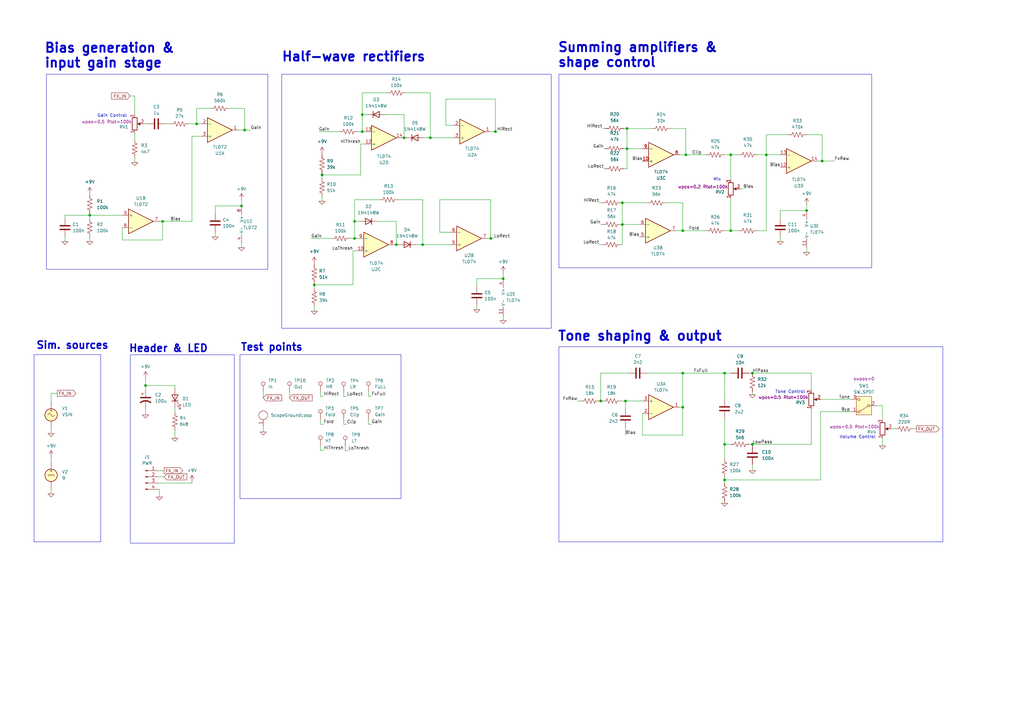
<source format=kicad_sch>
(kicad_sch (version 20250114) (generator "eeschema") (generator_version "9.0")
  (paper "A3")
  (rectangle (start 229.235 142.24) (end 386.715 222.25))
  (rectangle (start 229.235 30.48) (end 357.505 109.855))
  (rectangle (start 98.425 145.415) (end 164.465 204.47))
  (rectangle (start 19.05 30.48) (end 109.855 110.49))
  (rectangle (start 13.97 145.415) (end 41.275 222.25))
  (rectangle (start 115.57 30.48) (end 226.06 134.62))
  (rectangle (start 53.467 145.542) (end 96.139 222.758))
  (text "Test points" (at 98.552 142.494 0) (effects (font (size 3 3) (thickness 0.6) (bold yes)) (justify left)))
  (text "Gain Control" (at 39.878 47.498 0) (effects (font (size 1.27 1.27)) (justify left)))
  (text "Sim. sources" (at 29.718 141.732 0) (effects (font (size 3 3) (thickness 0.6) (bold yes))))
  (text "Header & LED" (at 69.088 143.002 0) (effects (font (size 3 3) (thickness 0.6) (bold yes))))
  (text "Tone Control" (at 324.104 160.782 0) (effects (font (size 1.27 1.27))))
  (text "Summing amplifiers & \nshape control\n" (at 228.6 22.606 0) (effects (font (size 3.81 3.81) (thickness 0.762) (bold yes)) (justify left)))
  (text "Mix" (at 294.132 73.66 0) (effects (font (size 1.27 1.27))))
  (text "Bias generation & \ninput gain stage" (at 18.034 22.86 0) (effects (font (size 3.81 3.81) (thickness 0.762) (bold yes)) (justify left)))
  (text "Volume Control" (at 351.79 179.324 0) (effects (font (size 1.27 1.27))))
  (text "Half-wave rectifiers" (at 115.316 23.368 0) (effects (font (size 3.81 3.81) (thickness 0.762) (bold yes)) (justify left)))
  (text "Tone shaping & output" (at 228.6 137.922 0) (effects (font (size 3.81 3.81) (thickness 0.762) (bold yes)) (justify left)))
  (junction (at 330.835 86.36))
  (junction (at 255.27 83.185))
  (junction (at 99.06 84.455))
  (junction (at 299.72 63.5))
  (junction (at 308.61 182.245))
  (junction (at 148.59 46.99))
  (junction (at 299.72 94.615))
  (junction (at 59.69 158.115))
  (junction (at 132.08 71.755))
  (junction (at 80.645 50.8))
  (junction (at 206.375 114.3))
  (junction (at 257.175 52.705))
  (junction (at 280.035 153.035))
  (junction (at 337.185 66.04))
  (junction (at 162.56 100.33))
  (junction (at 201.295 97.79))
  (junction (at 308.61 153.035))
  (junction (at 246.38 164.465))
  (junction (at 281.305 63.5))
  (junction (at 128.905 116.84))
  (junction (at 297.18 153.035))
  (junction (at 148.59 53.975))
  (junction (at 173.355 100.33))
  (junction (at 145.415 90.805))
  (junction (at 100.33 53.34))
  (junction (at 256.54 164.465))
  (junction (at 176.53 56.515))
  (junction (at 297.18 196.85))
  (junction (at 314.325 63.5))
  (junction (at 66.675 90.805))
  (junction (at 203.2 53.975))
  (junction (at 165.735 56.515))
  (junction (at 280.035 167.005))
  (junction (at 145.415 97.79))
  (junction (at 255.27 92.075))
  (junction (at 257.175 60.96))
  (junction (at 297.18 182.245))
  (junction (at 280.035 94.615))
  (junction (at 36.83 88.265))
  (wire (pts (xy 314.325 55.245) (xy 314.325 63.5)))
  (wire (pts (xy 80.645 50.8) (xy 82.55 50.8)))
  (wire (pts (xy 323.215 55.245) (xy 314.325 55.245)))
  (wire (pts (xy 182.88 40.64) (xy 203.2 40.64)))
  (wire (pts (xy 100.33 44.45) (xy 93.98 44.45)))
  (wire (pts (xy 263.525 178.435) (xy 280.035 178.435)))
  (wire (pts (xy 365.76 175.895) (xy 367.03 175.895)))
  (wire (pts (xy 130.81 53.975) (xy 139.065 53.975)))
  (wire (pts (xy 349.25 168.91) (xy 336.55 168.91)))
  (wire (pts (xy 180.34 95.25) (xy 180.34 81.915)))
  (wire (pts (xy 310.515 94.615) (xy 314.325 94.615)))
  (wire (pts (xy 256.54 175.26) (xy 256.54 178.435)))
  (wire (pts (xy 332.74 182.245) (xy 308.61 182.245)))
  (wire (pts (xy 154.94 90.805) (xy 162.56 90.805)))
  (wire (pts (xy 173.355 100.33) (xy 184.785 100.33)))
  (wire (pts (xy 280.035 167.005) (xy 278.765 167.005)))
  (wire (pts (xy 20.955 175.26) (xy 20.955 177.8)))
  (wire (pts (xy 247.65 60.96) (xy 248.285 60.96)))
  (wire (pts (xy 330.835 83.82) (xy 330.835 86.36)))
  (wire (pts (xy 55.245 54.61) (xy 55.245 57.15)))
  (wire (pts (xy 145.415 81.915) (xy 155.575 81.915)))
  (wire (pts (xy 140.97 174.046) (xy 142.24 174.046)))
  (wire (pts (xy 337.185 55.245) (xy 337.185 66.04)))
  (wire (pts (xy 246.38 164.465) (xy 247.015 164.465)))
  (wire (pts (xy 132.08 71.755) (xy 132.08 73.025)))
  (wire (pts (xy 128.905 116.84) (xy 144.78 116.84)))
  (wire (pts (xy 254.635 92.075) (xy 255.27 92.075)))
  (wire (pts (xy 337.185 66.04) (xy 342.265 66.04)))
  (wire (pts (xy 257.175 52.705) (xy 257.175 60.96)))
  (wire (pts (xy 308.61 160.655) (xy 308.61 161.925)))
  (wire (pts (xy 26.67 88.265) (xy 36.83 88.265)))
  (wire (pts (xy 88.265 95.25) (xy 88.265 97.155)))
  (wire (pts (xy 255.27 83.185) (xy 255.27 92.075)))
  (wire (pts (xy 281.305 63.5) (xy 289.56 63.5)))
  (wire (pts (xy 257.175 52.705) (xy 267.335 52.705)))
  (wire (pts (xy 148.59 53.975) (xy 148.59 46.99)))
  (wire (pts (xy 64.77 200.66) (xy 65.405 200.66)))
  (wire (pts (xy 165.735 56.515) (xy 166.37 56.515)))
  (wire (pts (xy 245.745 83.185) (xy 247.015 83.185)))
  (wire (pts (xy 100.33 53.34) (xy 102.87 53.34)))
  (wire (pts (xy 71.755 167.005) (xy 71.755 168.91)))
  (wire (pts (xy 257.81 153.035) (xy 246.38 153.035)))
  (wire (pts (xy 256.54 164.465) (xy 256.54 167.64)))
  (wire (pts (xy 299.72 94.615) (xy 302.895 94.615)))
  (wire (pts (xy 195.58 114.3) (xy 206.375 114.3)))
  (wire (pts (xy 131.445 173.99) (xy 132.715 173.99)))
  (wire (pts (xy 55.245 64.77) (xy 55.245 66.675)))
  (wire (pts (xy 195.58 117.475) (xy 195.58 114.3)))
  (wire (pts (xy 180.34 81.915) (xy 201.295 81.915)))
  (wire (pts (xy 128.905 116.205) (xy 128.905 116.84)))
  (wire (pts (xy 332.74 160.02) (xy 332.74 153.035)))
  (wire (pts (xy 246.38 92.075) (xy 247.015 92.075)))
  (wire (pts (xy 66.675 98.425) (xy 66.675 90.805)))
  (wire (pts (xy 99.06 81.915) (xy 99.06 84.455)))
  (wire (pts (xy 182.88 51.435) (xy 182.88 40.64)))
  (wire (pts (xy 132.08 62.865) (xy 132.08 63.5)))
  (wire (pts (xy 148.59 46.99) (xy 150.495 46.99)))
  (wire (pts (xy 20.955 187.325) (xy 20.955 189.865)))
  (wire (pts (xy 273.05 83.185) (xy 280.035 83.185)))
  (wire (pts (xy 50.165 98.425) (xy 66.675 98.425)))
  (wire (pts (xy 281.305 63.5) (xy 278.765 63.5)))
  (wire (pts (xy 200.025 97.79) (xy 201.295 97.79)))
  (wire (pts (xy 86.36 44.45) (xy 80.645 44.45)))
  (wire (pts (xy 146.685 53.975) (xy 148.59 53.975)))
  (wire (pts (xy 88.265 84.455) (xy 99.06 84.455)))
  (wire (pts (xy 99.06 99.695) (xy 99.06 101.6)))
  (wire (pts (xy 141.605 182.88) (xy 141.605 184.785)))
  (wire (pts (xy 245.745 164.465) (xy 246.38 164.465)))
  (wire (pts (xy 144.78 102.87) (xy 146.685 102.87)))
  (wire (pts (xy 71.755 159.385) (xy 71.755 158.115)))
  (wire (pts (xy 195.58 125.095) (xy 195.58 127)))
  (wire (pts (xy 26.67 89.535) (xy 26.67 88.265)))
  (wire (pts (xy 247.65 69.215) (xy 248.285 69.215)))
  (wire (pts (xy 297.18 182.245) (xy 297.18 171.45)))
  (wire (pts (xy 128.905 116.84) (xy 128.905 118.11)))
  (wire (pts (xy 254.635 164.465) (xy 256.54 164.465)))
  (wire (pts (xy 255.905 60.96) (xy 257.175 60.96)))
  (wire (pts (xy 151.13 173.99) (xy 152.4 173.99)))
  (wire (pts (xy 127.635 97.79) (xy 135.89 97.79)))
  (wire (pts (xy 26.67 97.155) (xy 26.67 99.06)))
  (wire (pts (xy 140.97 172.141) (xy 140.97 174.046)))
  (wire (pts (xy 78.74 198.12) (xy 78.74 197.485)))
  (wire (pts (xy 299.72 182.245) (xy 297.18 182.245)))
  (wire (pts (xy 131.445 160.655) (xy 131.445 162.56)))
  (wire (pts (xy 36.83 88.265) (xy 50.165 88.265)))
  (wire (pts (xy 280.035 153.035) (xy 280.035 167.005)))
  (wire (pts (xy 36.83 88.265) (xy 36.83 89.535)))
  (wire (pts (xy 310.515 63.5) (xy 314.325 63.5)))
  (wire (pts (xy 374.65 175.895) (xy 375.92 175.895)))
  (wire (pts (xy 299.72 63.5) (xy 302.895 63.5)))
  (wire (pts (xy 206.375 129.54) (xy 206.375 131.445)))
  (wire (pts (xy 77.47 50.8) (xy 80.645 50.8)))
  (wire (pts (xy 151.13 172.085) (xy 151.13 173.99)))
  (wire (pts (xy 256.54 164.465) (xy 263.525 164.465)))
  (wire (pts (xy 236.855 164.465) (xy 238.125 164.465)))
  (wire (pts (xy 145.415 90.805) (xy 147.32 90.805)))
  (wire (pts (xy 173.355 81.915) (xy 173.355 100.33)))
  (wire (pts (xy 88.265 87.63) (xy 88.265 84.455)))
  (wire (pts (xy 151.13 162.56) (xy 152.4 162.56)))
  (wire (pts (xy 336.55 168.91) (xy 336.55 196.85)))
  (wire (pts (xy 67.945 50.8) (xy 69.85 50.8)))
  (wire (pts (xy 254.635 100.33) (xy 255.27 100.33)))
  (wire (pts (xy 131.445 184.729) (xy 132.715 184.729)))
  (wire (pts (xy 131.445 172.085) (xy 131.445 173.99)))
  (wire (pts (xy 336.55 163.83) (xy 349.25 163.83)))
  (wire (pts (xy 36.83 97.155) (xy 36.83 99.06)))
  (wire (pts (xy 280.035 94.615) (xy 277.495 94.615)))
  (wire (pts (xy 297.18 196.85) (xy 297.18 198.12)))
  (wire (pts (xy 254.635 83.185) (xy 255.27 83.185)))
  (wire (pts (xy 255.27 92.075) (xy 262.255 92.075)))
  (wire (pts (xy 20.955 161.29) (xy 20.955 165.1)))
  (wire (pts (xy 186.055 51.435) (xy 182.88 51.435)))
  (wire (pts (xy 361.95 166.37) (xy 359.41 166.37)))
  (wire (pts (xy 361.95 172.085) (xy 361.95 166.37)))
  (wire (pts (xy 297.18 163.83) (xy 297.18 153.035)))
  (wire (pts (xy 330.835 55.245) (xy 337.185 55.245)))
  (wire (pts (xy 151.13 160.655) (xy 151.13 162.56)))
  (wire (pts (xy 255.27 100.33) (xy 255.27 92.075)))
  (wire (pts (xy 148.59 46.99) (xy 148.59 38.1)))
  (wire (pts (xy 257.175 60.96) (xy 263.525 60.96)))
  (wire (pts (xy 173.355 100.33) (xy 170.815 100.33)))
  (wire (pts (xy 299.72 63.5) (xy 299.72 73.66)))
  (wire (pts (xy 332.74 167.64) (xy 332.74 182.245)))
  (wire (pts (xy 320.04 89.535) (xy 320.04 86.36)))
  (wire (pts (xy 36.83 87.63) (xy 36.83 88.265)))
  (wire (pts (xy 206.375 111.76) (xy 206.375 114.3)))
  (wire (pts (xy 55.245 39.37) (xy 55.245 46.99)))
  (wire (pts (xy 50.165 93.345) (xy 50.165 98.425)))
  (wire (pts (xy 107.95 160.655) (xy 107.95 163.195)))
  (wire (pts (xy 297.18 94.615) (xy 299.72 94.615)))
  (wire (pts (xy 143.51 97.79) (xy 145.415 97.79)))
  (wire (pts (xy 314.325 94.615) (xy 314.325 63.5)))
  (wire (pts (xy 314.325 63.5) (xy 320.04 63.5)))
  (wire (pts (xy 78.74 55.88) (xy 82.55 55.88)))
  (wire (pts (xy 245.745 100.33) (xy 247.015 100.33)))
  (wire (pts (xy 145.415 90.805) (xy 145.415 81.915)))
  (wire (pts (xy 165.735 46.99) (xy 165.735 56.515)))
  (wire (pts (xy 166.37 38.1) (xy 176.53 38.1)))
  (wire (pts (xy 255.905 52.705) (xy 257.175 52.705)))
  (wire (pts (xy 257.175 69.215) (xy 257.175 60.96)))
  (wire (pts (xy 144.78 116.84) (xy 144.78 102.87)))
  (wire (pts (xy 71.755 158.115) (xy 59.69 158.115)))
  (wire (pts (xy 148.59 38.1) (xy 158.75 38.1)))
  (wire (pts (xy 308.61 182.245) (xy 307.34 182.245)))
  (wire (pts (xy 201.295 53.975) (xy 203.2 53.975)))
  (wire (pts (xy 308.61 182.245) (xy 308.61 182.88)))
  (wire (pts (xy 59.69 160.02) (xy 59.69 158.115)))
  (wire (pts (xy 161.925 100.33) (xy 162.56 100.33)))
  (wire (pts (xy 131.445 182.824) (xy 131.445 184.729)))
  (wire (pts (xy 297.18 195.58) (xy 297.18 196.85)))
  (wire (pts (xy 176.53 38.1) (xy 176.53 56.515)))
  (wire (pts (xy 158.115 46.99) (xy 165.735 46.99)))
  (wire (pts (xy 131.445 162.56) (xy 132.715 162.56)))
  (wire (pts (xy 20.955 161.29) (xy 23.495 161.29)))
  (wire (pts (xy 146.685 97.79) (xy 145.415 97.79)))
  (wire (pts (xy 246.38 153.035) (xy 246.38 164.465)))
  (wire (pts (xy 147.955 59.055) (xy 149.86 59.055)))
  (wire (pts (xy 140.97 162.616) (xy 142.24 162.616)))
  (wire (pts (xy 128.905 125.73) (xy 128.905 127.635)))
  (wire (pts (xy 303.53 77.47) (xy 304.8 77.47)))
  (wire (pts (xy 297.18 153.035) (xy 299.72 153.035)))
  (wire (pts (xy 265.43 153.035) (xy 280.035 153.035)))
  (wire (pts (xy 165.1 56.515) (xy 165.735 56.515)))
  (wire (pts (xy 64.77 198.12) (xy 78.74 198.12)))
  (wire (pts (xy 299.72 81.28) (xy 299.72 94.615)))
  (wire (pts (xy 176.53 56.515) (xy 186.055 56.515)))
  (wire (pts (xy 20.955 200.025) (xy 20.955 202.565)))
  (wire (pts (xy 330.835 101.6) (xy 330.835 103.505)))
  (wire (pts (xy 132.08 71.12) (xy 132.08 71.755)))
  (wire (pts (xy 145.415 97.79) (xy 145.415 90.805)))
  (wire (pts (xy 281.305 52.705) (xy 281.305 63.5)))
  (wire (pts (xy 162.56 90.805) (xy 162.56 100.33)))
  (wire (pts (xy 59.69 167.64) (xy 59.69 170.18)))
  (wire (pts (xy 280.035 94.615) (xy 289.56 94.615)))
  (wire (pts (xy 247.015 52.705) (xy 248.285 52.705)))
  (wire (pts (xy 176.53 56.515) (xy 173.99 56.515)))
  (wire (pts (xy 308.61 190.5) (xy 308.61 193.04)))
  (wire (pts (xy 59.055 50.8) (xy 60.325 50.8)))
  (wire (pts (xy 280.035 153.035) (xy 297.18 153.035)))
  (wire (pts (xy 255.27 83.185) (xy 265.43 83.185)))
  (wire (pts (xy 128.905 107.95) (xy 128.905 108.585)))
  (wire (pts (xy 274.955 52.705) (xy 281.305 52.705)))
  (wire (pts (xy 66.675 90.805) (xy 78.74 90.805)))
  (wire (pts (xy 203.2 53.975) (xy 203.835 53.975)))
  (wire (pts (xy 337.185 66.04) (xy 335.28 66.04)))
  (wire (pts (xy 97.79 53.34) (xy 100.33 53.34)))
  (wire (pts (xy 140.97 160.711) (xy 140.97 162.616)))
  (wire (pts (xy 65.405 200.66) (xy 65.405 203.835)))
  (wire (pts (xy 64.77 193.04) (xy 67.31 193.04)))
  (wire (pts (xy 280.035 178.435) (xy 280.035 167.005)))
  (wire (pts (xy 297.18 205.74) (xy 297.18 206.375)))
  (wire (pts (xy 308.61 153.035) (xy 307.34 153.035)))
  (wire (pts (xy 141.605 184.785) (xy 142.875 184.785)))
  (wire (pts (xy 336.55 196.85) (xy 297.18 196.85)))
  (wire (pts (xy 255.905 69.215) (xy 257.175 69.215)))
  (wire (pts (xy 132.08 80.645) (xy 132.08 82.55)))
  (wire (pts (xy 36.83 79.375) (xy 36.83 80.01)))
  (wire (pts (xy 280.035 83.185) (xy 280.035 94.615)))
  (wire (pts (xy 201.295 81.915) (xy 201.295 97.79)))
  (wire (pts (xy 320.04 86.36) (xy 330.835 86.36)))
  (wire (pts (xy 201.295 97.79) (xy 202.565 97.79)))
  (wire (pts (xy 100.33 53.34) (xy 100.33 44.45)))
  (wire (pts (xy 163.195 81.915) (xy 173.355 81.915)))
  (wire (pts (xy 53.34 39.37) (xy 55.245 39.37)))
  (wire (pts (xy 132.08 71.755) (xy 147.955 71.755)))
  (wire (pts (xy 107.95 174.625) (xy 107.95 177.165)))
  (wire (pts (xy 361.95 179.705) (xy 361.95 182.88)))
  (wire (pts (xy 203.2 40.64) (xy 203.2 53.975)))
  (wire (pts (xy 147.955 71.755) (xy 147.955 59.055)))
  (wire (pts (xy 149.86 53.975) (xy 148.59 53.975)))
  (wire (pts (xy 66.675 90.805) (xy 65.405 90.805)))
  (wire (pts (xy 297.18 63.5) (xy 299.72 63.5)))
  (wire (pts (xy 332.74 153.035) (xy 308.61 153.035)))
  (wire (pts (xy 162.56 100.33) (xy 163.195 100.33)))
  (wire (pts (xy 64.77 195.58) (xy 67.31 195.58)))
  (wire (pts (xy 320.04 97.155) (xy 320.04 99.06)))
  (wire (pts (xy 118.745 160.655) (xy 118.745 163.195)))
  (wire (pts (xy 71.755 176.53) (xy 71.755 179.705)))
  (wire (pts (xy 263.525 169.545) (xy 263.525 178.435)))
  (wire (pts (xy 184.785 95.25) (xy 180.34 95.25)))
  (wire (pts (xy 59.69 154.94) (xy 59.69 158.115)))
  (wire (pts (xy 78.74 55.88) (xy 78.74 90.805)))
  (wire (pts (xy 297.18 182.245) (xy 297.18 187.96)))
  (wire (pts (xy 80.645 44.45) (xy 80.645 50.8)))
  (label "FxRaw" (at 342.265 66.04 0))
  (label "FxFull" (at 152.4 162.56 0))
  (label "Bias" (at 320.04 68.58 180))
  (label "LoRect" (at 245.745 100.33 180))
  (label "Gain" (at 127.635 97.79 0))
  (label "HiRect" (at 245.745 83.185 180))
  (label "HiRect" (at 132.715 162.56 0))
  (label "Tone" (at 348.615 163.83 180))
  (label "HiPass" (at 308.61 153.035 0))
  (label "Bias" (at 262.255 97.155 180))
  (label "FxFull" (at 284.48 153.035 0))
  (label "Gain" (at 246.38 92.075 180))
  (label "Gain" (at 247.65 60.96 180))
  (label "Bias" (at 263.525 66.04 180))
  (label "LowPass" (at 308.61 182.245 0))
  (label "Clip" (at 142.24 174.046 0))
  (label "HiRect" (at 203.835 53.975 0))
  (label "Gain" (at 102.87 53.34 0))
  (label "LoRect" (at 247.65 69.215 180))
  (label "LoThresh" (at 144.78 102.87 180))
  (label "LoThresh" (at 142.875 184.785 0))
  (label "Bias" (at 304.8 77.47 0))
  (label "Clip" (at 283.845 63.5 0))
  (label "HiThresh" (at 147.955 59.055 180))
  (label "Fold" (at 132.715 173.99 0))
  (label "Byp" (at 348.615 168.91 180))
  (label "FxRaw" (at 236.855 164.465 180))
  (label "HiRect" (at 247.015 52.705 180))
  (label "Bias" (at 69.85 90.805 0))
  (label "Fold" (at 282.575 94.615 0))
  (label "LoRect" (at 202.565 97.79 0))
  (label "Bias" (at 256.54 178.435 0))
  (label "Gain" (at 130.81 53.975 0))
  (label "LoRect" (at 142.24 162.616 0))
  (label "Gain" (at 152.4 173.99 0))
  (label "HiThresh" (at 132.715 184.729 0))
  (global_label "FX_IN" (shape input) (at 107.95 163.195 0) (property "Intersheetrefs" "${INTERSHEET_REFS}" (effects (hide yes))))
  (global_label "FX_OUT" (shape input) (at 67.31 195.58 0) (property "Intersheetrefs" "${INTERSHEET_REFS}" (effects (hide yes))))
  (global_label "FX_IN" (shape input) (at 53.34 39.37 180) (property "Intersheetrefs" "${INTERSHEET_REFS}" (effects (hide yes))))
  (global_label "FX_OUT" (shape output) (at 375.92 175.895 0) (property "Intersheetrefs" "${INTERSHEET_REFS}" (effects (hide yes))))
  (global_label "FX_OUT" (shape input) (at 118.745 163.195 0) (property "Intersheetrefs" "${INTERSHEET_REFS}" (effects (hide yes))))
  (global_label "FX_IN" (shape output) (at 23.495 161.29 0) (property "Intersheetrefs" "${INTERSHEET_REFS}" (effects (hide yes))))
  (global_label "FX_IN" (shape output) (at 67.31 193.04 0) (property "Intersheetrefs" "${INTERSHEET_REFS}" (effects (hide yes))))
  (symbol (lib_id "Simulation_SPICE:0") (at 99.06 101.6 0) (unit 1)
    (property "Reference" "#GND07" (effects (hide yes)))
    (property "Value" "0" (effects (hide yes)))
    (property "Datasheet" "https://ngspice.sourceforge.io/docs/ngspice-html-manual/manual.xhtml#subsec_Circuit_elements__device" (effects (hide yes)))
    (property "Description" "0V reference potential for simulation" (effects (hide yes)))
  )
  (symbol (lib_id "Device:R_US") (at 128.905 121.92 0) (unit 1)
    (property "Reference" "R8" (at 130.81 120.6499 0) (effects (justify left)))
    (property "Value" "39k" (at 130.81 123.1899 0) (effects (justify left)))
    (property "Footprint" "Resistor_SMD:R_0805_2012Metric" (effects (hide yes)))
    (property "Description" "Resistor, US symbol" (effects (hide yes)))
  )
  (symbol (lib_id "Device:R_US") (at 71.755 172.72 0) (unit 1) (exclude_from_sim yes)
    (property "Reference" "R4" (at 73.66 171.4499 0) (effects (justify left)))
    (property "Value" "6k8" (at 73.66 173.9899 0) (effects (justify left)))
    (property "Footprint" "Resistor_SMD:R_0805_2012Metric" (effects (hide yes)))
    (property "Description" "Resistor, US symbol" (effects (hide yes)))
  )
  (symbol (lib_id "Connector:TestPoint") (at 131.445 172.085 0) (unit 1) (exclude_from_sim yes) (in_bom no)
    (property "Reference" "TP3" (at 133.35 167.5129 0) (effects (justify left)))
    (property "Value" "Fold" (at 133.35 170.0529 0) (effects (justify left)))
    (property "Footprint" "TestPoint:TestPoint_THTPad_D2.0mm_Drill1.0mm_VAL" (effects (hide yes)))
    (property "Description" "test point" (effects (hide yes)))
  )
  (symbol (lib_id "Device:R_US") (at 297.18 201.93 0) (unit 1)
    (property "Reference" "R28" (at 299.212 200.6599 0) (effects (justify left)))
    (property "Value" "100k" (at 299.212 203.1999 0) (effects (justify left)))
    (property "Footprint" "Resistor_SMD:R_0805_2012Metric" (effects (hide yes)))
    (property "Description" "Resistor, US symbol" (effects (hide yes)))
  )
  (symbol (lib_id "Device:R_US") (at 293.37 94.615 90) (unit 1)
    (property "Reference" "R26" (at 293.37 89.027 90))
    (property "Value" "47k" (at 293.37 91.567 90))
    (property "Footprint" "Resistor_SMD:R_0805_2012Metric" (effects (hide yes)))
    (property "Description" "Resistor, US symbol" (effects (hide yes)))
  )
  (symbol (lib_id "Device:R_US") (at 252.095 69.215 90) (unit 1)
    (property "Reference" "R22" (at 252.095 62.865 90))
    (property "Value" "56k" (at 252.095 65.405 90))
    (property "Footprint" "Resistor_SMD:R_0805_2012Metric" (effects (hide yes)))
    (property "Description" "Resistor, US symbol" (effects (hide yes)))
  )
  (symbol (lib_id "Simulation_SPICE:VDC") (at 20.955 194.945 0) (unit 1) (in_bom no) (on_board no)
    (property "Reference" "V2" (at 25.4 193.5451 0) (effects (justify left)))
    (property "Value" "9" (at 25.4 196.0851 0) (effects (justify left)))
    (property "Datasheet" "https://ngspice.sourceforge.io/docs/ngspice-html-manual/manual.xhtml#sec_Independent_Sources_for" (effects (hide yes)))
    (property "Description" "Voltage source, DC" (effects (hide yes)))
    (property "Sim.Pins" "1=+ 2=-" (effects (hide yes)))
    (property "Sim.Type" "DC" (effects (hide yes)))
    (property "Sim.Device" "V" (effects (hide yes)))
  )
  (symbol (lib_id "Simulation_SPICE:0") (at 308.61 193.04 0) (unit 1)
    (property "Reference" "#GND014" (effects (hide yes)))
    (property "Value" "0" (effects (hide yes)))
    (property "Datasheet" "https://ngspice.sourceforge.io/docs/ngspice-html-manual/manual.xhtml#subsec_Circuit_elements__device" (effects (hide yes)))
    (property "Description" "0V reference potential for simulation" (effects (hide yes)))
  )
  (symbol (lib_id "power:+9V") (at 330.835 83.82 0) (unit 1)
    (property "Reference" "#PWR013" (effects (hide yes)))
    (property "Value" "+9V" (at 330.835 79.375 0))
    (property "Description" "Power symbol creates a global label with name \"+9V\"" (effects (hide yes)))
  )
  (symbol (lib_id "Device:R_US") (at 308.61 156.845 0) (unit 1)
    (property "Reference" "R32" (at 310.642 155.5749 0) (effects (justify left)))
    (property "Value" "12k" (at 310.642 158.1149 0) (effects (justify left)))
    (property "Footprint" "Resistor_SMD:R_0805_2012Metric" (effects (hide yes)))
    (property "Description" "Resistor, US symbol" (effects (hide yes)))
  )
  (symbol (lib_id "Amplifier_Operational:TL074") (at 333.375 93.98 0) (unit 5)
    (property "Reference" "U3" (at 332.105 92.7099 0) (effects (justify left)))
    (property "Value" "TL074" (at 332.105 95.2499 0) (effects (justify left)))
    (property "Footprint" "Package_SO:SOIC-14_3.9x8.7mm_P1.27mm" (effects (hide yes)))
    (property "Datasheet" "http://www.ti.com/lit/ds/symlink/tl071.pdf" (effects (hide yes)))
    (property "Description" "Quad Low-Noise JFET-Input Operational Amplifiers, DIP-14/SOIC-14" (effects (hide yes)))
    (property "Sim.Library" "tl074-quad.cir" (effects (hide yes)))
    (property "Sim.Name" "TL074c" (effects (hide yes)))
    (property "Sim.Device" "SUBCKT" (effects (hide yes)))
    (property "Sim.Pins" "1=1 2=2 3=3 4=4 5=5 6=6 7=7 8=8 9=9 10=10 11=11 12=12 13=13 14=14" (effects (hide yes)))
  )
  (symbol (lib_id "Simulation_SPICE:0") (at 71.755 179.705 0) (unit 1)
    (property "Reference" "#GND019" (effects (hide yes)))
    (property "Value" "0" (effects (hide yes)))
    (property "Datasheet" "https://ngspice.sourceforge.io/docs/ngspice-html-manual/manual.xhtml#subsec_Circuit_elements__device" (effects (hide yes)))
    (property "Description" "0V reference potential for simulation" (effects (hide yes)))
  )
  (symbol (lib_id "Device:R_US") (at 252.095 52.705 90) (unit 1)
    (property "Reference" "R20" (at 252.095 46.863 90))
    (property "Value" "56k" (at 252.095 49.403 90))
    (property "Footprint" "Resistor_SMD:R_0805_2012Metric" (effects (hide yes)))
    (property "Description" "Resistor, US symbol" (effects (hide yes)))
  )
  (symbol (lib_id "Device:C") (at 320.04 93.345 0) (unit 1)
    (property "Reference" "C11" (at 323.088 92.0749 0) (effects (justify left)))
    (property "Value" "100n" (at 323.088 94.6149 0) (effects (justify left)))
    (property "Footprint" "Capacitor_SMD:C_0805_2012Metric" (effects (hide yes)))
    (property "Description" "Unpolarized capacitor" (effects (hide yes)))
  )
  (symbol (lib_id "power:+9V") (at 132.08 62.865 0) (unit 1)
    (property "Reference" "#PWR011" (effects (hide yes)))
    (property "Value" "+9V" (at 132.08 58.039 0))
    (property "Description" "Power symbol creates a global label with name \"+9V\"" (effects (hide yes)))
  )
  (symbol (lib_id "Amplifier_Operational:TL074") (at 327.66 66.04 0) (mirror x) (unit 4)
    (property "Reference" "U3" (at 327.66 76.2 0))
    (property "Value" "TL074" (at 327.66 73.66 0))
    (property "Footprint" "Package_SO:SOIC-14_3.9x8.7mm_P1.27mm" (effects (hide yes)))
    (property "Datasheet" "http://www.ti.com/lit/ds/symlink/tl071.pdf" (effects (hide yes)))
    (property "Description" "Quad Low-Noise JFET-Input Operational Amplifiers, DIP-14/SOIC-14" (effects (hide yes)))
    (property "Sim.Library" "tl074-quad.cir" (effects (hide yes)))
    (property "Sim.Name" "TL074c" (effects (hide yes)))
    (property "Sim.Device" "SUBCKT" (effects (hide yes)))
    (property "Sim.Pins" "1=1 2=2 3=3 4=4 5=5 6=6 7=7 8=8 9=9 10=10 11=11 12=12 13=13 14=14" (effects (hide yes)))
  )
  (symbol (lib_id "Amplifier_Operational:TL072") (at 90.17 53.34 0) (mirror x) (unit 1)
    (property "Reference" "U1" (at 90.17 62.865 0))
    (property "Value" "TL072" (at 90.17 60.325 0))
    (property "Footprint" "Package_SO:SOIC-8_3.9x4.9mm_P1.27mm" (effects (hide yes)))
    (property "Datasheet" "http://www.ti.com/lit/ds/symlink/tl071.pdf" (effects (hide yes)))
    (property "Description" "Dual Low-Noise JFET-Input Operational Amplifiers, DIP-8/SOIC-8" (effects (hide yes)))
    (property "Sim.Library" "tl072-dual.cir" (effects (hide yes)))
    (property "Sim.Name" "TL072c" (effects (hide yes)))
    (property "Sim.Device" "SUBCKT" (effects (hide yes)))
    (property "Sim.Pins" "1=1 2=2 3=3 4=4 5=5 6=6 7=7 8=8" (effects (hide yes)))
  )
  (symbol (lib_id "Device:C") (at 64.135 50.8 90) (unit 1)
    (property "Reference" "C3" (at 64.135 43.815 90))
    (property "Value" "1u" (at 64.135 46.355 90))
    (property "Footprint" "Capacitor_SMD:C_0805_2012Metric" (effects (hide yes)))
    (property "Description" "Unpolarized capacitor" (effects (hide yes)))
  )
  (symbol (lib_id "Diode:1N4148W") (at 167.005 100.33 0) (mirror y) (unit 1)
    (property "Reference" "D4" (at 167.005 94.234 0))
    (property "Value" "1N4148W" (at 167.005 96.774 0))
    (property "Footprint" "Diode_SMD:D_SOD-123" (effects (hide yes)))
    (property "Datasheet" "https://www.vishay.com/docs/85748/1n4148w.pdf" (effects (hide yes)))
    (property "Description" "75V 0.15A Fast Switching Diode, SOD-123" (effects (hide yes)))
    (property "Sim.Device" "SUBCKT" (effects (hide yes)))
    (property "Sim.Pins" "1=2 2=1" (effects (hide yes)))
    (property "Sim.Library" "1N4148.lib" (effects (hide yes)))
    (property "Sim.Name" "1N4148" (effects (hide yes)))
  )
  (symbol (lib_id "Connector:Conn_01x04_Pin") (at 59.69 195.58 0) (unit 1) (exclude_from_sim yes)
    (property "Reference" "J1" (at 60.325 187.452 0))
    (property "Value" "PWR" (at 60.325 189.992 0))
    (property "Footprint" "Connector_PinHeader_2.54mm:PinHeader_1x04_P2.54mm_Vertical" (effects (hide yes)))
    (property "Description" "Generic connector, single row, 01x04, script generated" (effects (hide yes)))
  )
  (symbol (lib_id "Simulation_SPICE:0") (at 132.08 82.55 0) (unit 1)
    (property "Reference" "#GND09" (effects (hide yes)))
    (property "Value" "0" (effects (hide yes)))
    (property "Datasheet" "https://ngspice.sourceforge.io/docs/ngspice-html-manual/manual.xhtml#subsec_Circuit_elements__device" (effects (hide yes)))
    (property "Description" "0V reference potential for simulation" (effects (hide yes)))
  )
  (symbol (lib_id "Device:R_US") (at 306.705 63.5 90) (unit 1)
    (property "Reference" "R30" (at 306.705 57.15 90))
    (property "Value" "47k" (at 306.705 59.69 90))
    (property "Footprint" "Resistor_SMD:R_0805_2012Metric" (effects (hide yes)))
    (property "Description" "Resistor, US symbol" (effects (hide yes)))
  )
  (symbol (lib_id "Device:R_US") (at 250.825 92.075 90) (unit 1)
    (property "Reference" "R17" (at 250.825 86.233 90))
    (property "Value" "56k" (at 250.825 88.773 90))
    (property "Footprint" "Resistor_SMD:R_0805_2012Metric" (effects (hide yes)))
    (property "Description" "Resistor, US symbol" (effects (hide yes)))
  )
  (symbol (lib_id "Device:R_Potentiometer") (at 361.95 175.895 0) (mirror x) (unit 1)
    (property "Reference" "RV4" (at 359.41 177.1651 0) (effects (justify right)))
    (property "Value" "R_Potentiometer" (effects (hide yes)))
    (property "Footprint" "Potentiometer_THT:Potentiometer_Alpha_RV16AF_42_Single_Long" (effects (hide yes)))
    (property "Description" "Potentiometer" (effects (hide yes)))
    (property "Sim.Library" "pots.mod" (effects (hide yes)))
    (property "Sim.Name" "pot1" (effects (hide yes)))
    (property "Sim.Device" "SUBCKT" (effects (hide yes)))
    (property "Sim.Pins" "1=rup 2=w 3=rlo" (effects (hide yes)))
    (property "Sim.Params" "wpos=0.5 Rtot=100k" (at 350.52 175.006 0))
  )
  (symbol (lib_id "Simulation_SPICE:0") (at 65.405 203.835 0) (unit 1)
    (property "Reference" "#GND018" (effects (hide yes)))
    (property "Value" "0" (effects (hide yes)))
    (property "Datasheet" "https://ngspice.sourceforge.io/docs/ngspice-html-manual/manual.xhtml#subsec_Circuit_elements__device" (effects (hide yes)))
    (property "Description" "0V reference potential for simulation" (effects (hide yes)))
  )
  (symbol (lib_id "Connector:TestPoint") (at 107.95 160.655 0) (unit 1) (exclude_from_sim yes) (in_bom no)
    (property "Reference" "TP1" (at 109.982 156.0829 0) (effects (justify left)))
    (property "Value" "In" (at 109.982 158.6229 0) (effects (justify left)))
    (property "Footprint" "TestPoint:TestPoint_THTPad_D2.0mm_Drill1.0mm_VAL" (effects (hide yes)))
    (property "Description" "test point" (effects (hide yes)))
  )
  (symbol (lib_id "Device:C") (at 261.62 153.035 90) (unit 1)
    (property "Reference" "C7" (at 261.62 146.05 90))
    (property "Value" "2n2" (at 261.62 148.59 90))
    (property "Footprint" "Capacitor_SMD:C_0805_2012Metric" (effects (hide yes)))
    (property "Description" "Unpolarized capacitor" (effects (hide yes)))
  )
  (symbol (lib_id "Device:C") (at 308.61 186.69 0) (unit 1)
    (property "Reference" "C10" (at 312.42 185.4199 0) (effects (justify left)))
    (property "Value" "100n" (at 312.42 187.9599 0) (effects (justify left)))
    (property "Footprint" "Capacitor_SMD:C_0805_2012Metric" (effects (hide yes)))
    (property "Description" "Unpolarized capacitor" (effects (hide yes)))
  )
  (symbol (lib_id "Device:R_US") (at 252.095 60.96 90) (unit 1)
    (property "Reference" "R21" (at 252.095 54.61 90))
    (property "Value" "47k" (at 252.095 57.15 90))
    (property "Footprint" "Resistor_SMD:R_0805_2012Metric" (effects (hide yes)))
    (property "Description" "Resistor, US symbol" (effects (hide yes)))
  )
  (symbol (lib_id "Simulation_SPICE:0") (at 308.61 161.925 0) (unit 1)
    (property "Reference" "#GND013" (effects (hide yes)))
    (property "Value" "0" (effects (hide yes)))
    (property "Datasheet" "https://ngspice.sourceforge.io/docs/ngspice-html-manual/manual.xhtml#subsec_Circuit_elements__device" (effects (hide yes)))
    (property "Description" "0V reference potential for simulation" (effects (hide yes)))
  )
  (symbol (lib_id "power:+9V") (at 78.74 197.485 0) (unit 1)
    (property "Reference" "#PWR07" (effects (hide yes)))
    (property "Value" "+9V" (at 78.74 192.913 0))
    (property "Description" "Power symbol creates a global label with name \"+9V\"" (effects (hide yes)))
  )
  (symbol (lib_id "Simulation_SPICE:0") (at 195.58 127 0) (unit 1)
    (property "Reference" "#GND010" (effects (hide yes)))
    (property "Value" "0" (effects (hide yes)))
    (property "Datasheet" "https://ngspice.sourceforge.io/docs/ngspice-html-manual/manual.xhtml#subsec_Circuit_elements__device" (effects (hide yes)))
    (property "Description" "0V reference potential for simulation" (effects (hide yes)))
  )
  (symbol (lib_id "Diode:1N4148W") (at 170.18 56.515 0) (unit 1)
    (property "Reference" "D5" (at 170.18 50.419 0))
    (property "Value" "1N4148W" (at 170.18 52.959 0))
    (property "Footprint" "Diode_SMD:D_SOD-123" (effects (hide yes)))
    (property "Datasheet" "https://www.vishay.com/docs/85748/1n4148w.pdf" (effects (hide yes)))
    (property "Description" "75V 0.15A Fast Switching Diode, SOD-123" (effects (hide yes)))
    (property "Sim.Device" "SUBCKT" (effects (hide yes)))
    (property "Sim.Pins" "1=2 2=1" (effects (hide yes)))
    (property "Sim.Library" "1N4148.lib" (effects (hide yes)))
    (property "Sim.Name" "1N4148" (effects (hide yes)))
  )
  (symbol (lib_id "Simulation_SPICE:0") (at 128.905 127.635 0) (unit 1)
    (property "Reference" "#GND08" (effects (hide yes)))
    (property "Value" "0" (effects (hide yes)))
    (property "Datasheet" "https://ngspice.sourceforge.io/docs/ngspice-html-manual/manual.xhtml#subsec_Circuit_elements__device" (effects (hide yes)))
    (property "Description" "0V reference potential for simulation" (effects (hide yes)))
  )
  (symbol (lib_id "Device:R_US") (at 241.935 164.465 90) (unit 1)
    (property "Reference" "R15" (at 241.935 158.75 90))
    (property "Value" "18k" (at 241.935 161.29 90))
    (property "Footprint" "Resistor_SMD:R_0805_2012Metric" (effects (hide yes)))
    (property "Description" "Resistor, US symbol" (effects (hide yes)))
  )
  (symbol (lib_id "Device:C") (at 297.18 167.64 0) (unit 1)
    (property "Reference" "C8" (at 301.244 166.3699 0) (effects (justify left)))
    (property "Value" "2u2" (at 301.244 168.9099 0) (effects (justify left)))
    (property "Footprint" "Capacitor_SMD:C_0805_2012Metric" (effects (hide yes)))
    (property "Description" "Unpolarized capacitor" (effects (hide yes)))
  )
  (symbol (lib_id "Connector:TestPoint") (at 141.605 182.88 0) (unit 1) (exclude_from_sim yes) (in_bom no)
    (property "Reference" "TP9" (at 144.145 178.3079 0) (effects (justify left)))
    (property "Value" "LT" (at 144.145 180.8479 0) (effects (justify left)))
    (property "Footprint" "TestPoint:TestPoint_THTPad_D2.0mm_Drill1.0mm_VAL" (effects (hide yes)))
    (property "Description" "test point" (effects (hide yes)))
  )
  (symbol (lib_id "Simulation_SPICE:0") (at 297.18 206.375 0) (unit 1)
    (property "Reference" "#GND012" (effects (hide yes)))
    (property "Value" "0" (effects (hide yes)))
    (property "Datasheet" "https://ngspice.sourceforge.io/docs/ngspice-html-manual/manual.xhtml#subsec_Circuit_elements__device" (effects (hide yes)))
    (property "Description" "0V reference potential for simulation" (effects (hide yes)))
  )
  (symbol (lib_id "Amplifier_Operational:TL074") (at 271.145 167.005 0) (unit 1)
    (property "Reference" "U3" (at 271.145 157.48 0))
    (property "Value" "TL074" (at 271.145 160.02 0))
    (property "Footprint" "Package_SO:SOIC-14_3.9x8.7mm_P1.27mm" (effects (hide yes)))
    (property "Datasheet" "http://www.ti.com/lit/ds/symlink/tl071.pdf" (effects (hide yes)))
    (property "Description" "Quad Low-Noise JFET-Input Operational Amplifiers, DIP-14/SOIC-14" (effects (hide yes)))
    (property "Sim.Library" "tl074-quad.cir" (effects (hide yes)))
    (property "Sim.Name" "TL074c" (effects (hide yes)))
    (property "Sim.Device" "SUBCKT" (effects (hide yes)))
    (property "Sim.Pins" "1=1 2=2 3=3 4=4 5=5 6=6 7=7 8=8 9=9 10=10 11=11 12=12 13=13 14=14" (effects (hide yes)))
  )
  (symbol (lib_id "Connector:ScopeGroundLoop") (at 107.95 167.005 0) (unit 1) (exclude_from_sim yes)
    (property "Reference" "J2" (effects (hide yes)))
    (property "Value" "ScopeGroundLoop" (at 110.998 170.3049 0) (effects (justify left)))
    (property "Footprint" "Connector_Pin:THT_GND_WIRE" (effects (hide yes)))
  )
  (symbol (lib_id "Simulation_SPICE:0") (at 20.955 177.8 0) (unit 1)
    (property "Reference" "#GND01" (effects (hide yes)))
    (property "Value" "0" (effects (hide yes)))
    (property "Datasheet" "https://ngspice.sourceforge.io/docs/ngspice-html-manual/manual.xhtml#subsec_Circuit_elements__device" (effects (hide yes)))
    (property "Description" "0V reference potential for simulation" (effects (hide yes)))
  )
  (symbol (lib_id "Device:R_US") (at 297.18 191.77 0) (unit 1)
    (property "Reference" "R27" (at 299.212 190.4999 0) (effects (justify left)))
    (property "Value" "100k" (at 299.212 193.0399 0) (effects (justify left)))
    (property "Footprint" "Resistor_SMD:R_0805_2012Metric" (effects (hide yes)))
    (property "Description" "Resistor, US symbol" (effects (hide yes)))
  )
  (symbol (lib_id "Amplifier_Operational:TL074") (at 208.915 121.92 0) (unit 5)
    (property "Reference" "U2" (at 207.645 120.6499 0) (effects (justify left)))
    (property "Value" "TL074" (at 207.645 123.1899 0) (effects (justify left)))
    (property "Footprint" "Package_SO:SOIC-14_3.9x8.7mm_P1.27mm" (effects (hide yes)))
    (property "Datasheet" "http://www.ti.com/lit/ds/symlink/tl071.pdf" (effects (hide yes)))
    (property "Description" "Quad Low-Noise JFET-Input Operational Amplifiers, DIP-14/SOIC-14" (effects (hide yes)))
    (property "Sim.Library" "tl074-quad.cir" (effects (hide yes)))
    (property "Sim.Name" "TL074c" (effects (hide yes)))
    (property "Sim.Device" "SUBCKT" (effects (hide yes)))
    (property "Sim.Pins" "1=1 2=2 3=3 4=4 5=5 6=6 7=7 8=8 9=9 10=10 11=11 12=12 13=13 14=14" (effects (hide yes)))
  )
  (symbol (lib_id "Device:R_US") (at 162.56 38.1 90) (unit 1)
    (property "Reference" "R14" (at 162.56 32.512 90))
    (property "Value" "100k" (at 162.56 35.052 90))
    (property "Footprint" "Resistor_SMD:R_0805_2012Metric" (effects (hide yes)))
    (property "Description" "Resistor, US symbol" (effects (hide yes)))
  )
  (symbol (lib_id "Amplifier_Operational:TL074") (at 154.305 100.33 0) (mirror x) (unit 3)
    (property "Reference" "U2" (at 154.305 110.49 0))
    (property "Value" "TL074" (at 154.305 107.95 0))
    (property "Footprint" "Package_SO:SOIC-14_3.9x8.7mm_P1.27mm" (effects (hide yes)))
    (property "Datasheet" "http://www.ti.com/lit/ds/symlink/tl071.pdf" (effects (hide yes)))
    (property "Description" "Quad Low-Noise JFET-Input Operational Amplifiers, DIP-14/SOIC-14" (effects (hide yes)))
    (property "Sim.Library" "tl074-quad.cir" (effects (hide yes)))
    (property "Sim.Name" "TL074c" (effects (hide yes)))
    (property "Sim.Device" "SUBCKT" (effects (hide yes)))
    (property "Sim.Pins" "1=1 2=2 3=3 4=4 5=5 6=6 7=7 8=8 9=9 10=10 11=11 12=12 13=13 14=14" (effects (hide yes)))
  )
  (symbol (lib_id "Device:R_US") (at 293.37 63.5 90) (unit 1)
    (property "Reference" "R25" (at 293.37 57.912 90))
    (property "Value" "47k" (at 293.37 60.452 90))
    (property "Footprint" "Resistor_SMD:R_0805_2012Metric" (effects (hide yes)))
    (property "Description" "Resistor, US symbol" (effects (hide yes)))
  )
  (symbol (lib_id "power:+9V") (at 59.69 154.94 0) (unit 1)
    (property "Reference" "#PWR03" (effects (hide yes)))
    (property "Value" "+9V" (at 59.69 150.368 0))
    (property "Description" "Power symbol creates a global label with name \"+9V\"" (effects (hide yes)))
  )
  (symbol (lib_id "Device:R_Potentiometer") (at 332.74 163.83 0) (mirror x) (unit 1)
    (property "Reference" "RV3" (at 330.2 165.1001 0) (effects (justify right)))
    (property "Value" "R_Potentiometer" (effects (hide yes)))
    (property "Footprint" "Potentiometer_THT:Potentiometer_Alpha_RV16AF_42_Single_Long" (effects (hide yes)))
    (property "Description" "Potentiometer" (effects (hide yes)))
    (property "Sim.Library" "pots.mod" (effects (hide yes)))
    (property "Sim.Name" "pot1" (effects (hide yes)))
    (property "Sim.Device" "SUBCKT" (effects (hide yes)))
    (property "Sim.Pins" "1=rup 2=w 3=rlo" (effects (hide yes)))
    (property "Sim.Params" "wpos=0.5 Rtot=100k" (at 321.31 162.941 0))
  )
  (symbol (lib_id "Device:R_US") (at 370.84 175.895 90) (unit 1)
    (property "Reference" "R34" (at 370.84 170.561 90))
    (property "Value" "220R" (at 370.84 173.101 90))
    (property "Footprint" "Resistor_SMD:R_0805_2012Metric" (effects (hide yes)))
    (property "Description" "Resistor, US symbol" (effects (hide yes)))
  )
  (symbol (lib_id "Connector:TestPoint") (at 131.445 160.655 0) (unit 1) (exclude_from_sim yes) (in_bom no)
    (property "Reference" "TP2" (at 133.604 156.0829 0) (effects (justify left)))
    (property "Value" "HR" (at 133.604 158.6229 0) (effects (justify left)))
    (property "Footprint" "TestPoint:TestPoint_THTPad_D2.0mm_Drill1.0mm_VAL" (effects (hide yes)))
    (property "Description" "test point" (effects (hide yes)))
  )
  (symbol (lib_id "power:+9V") (at 206.375 111.76 0) (unit 1)
    (property "Reference" "#PWR012" (effects (hide yes)))
    (property "Value" "+9V" (at 206.375 107.315 0))
    (property "Description" "Power symbol creates a global label with name \"+9V\"" (effects (hide yes)))
  )
  (symbol (lib_id "Amplifier_Operational:TL074") (at 193.675 53.975 0) (mirror x) (unit 1)
    (property "Reference" "U2" (at 193.675 63.5 0))
    (property "Value" "TL074" (at 193.675 60.96 0))
    (property "Footprint" "Package_SO:SOIC-14_3.9x8.7mm_P1.27mm" (effects (hide yes)))
    (property "Datasheet" "http://www.ti.com/lit/ds/symlink/tl071.pdf" (effects (hide yes)))
    (property "Description" "Quad Low-Noise JFET-Input Operational Amplifiers, DIP-14/SOIC-14" (effects (hide yes)))
    (property "Sim.Library" "tl074-quad.cir" (effects (hide yes)))
    (property "Sim.Name" "TL074c" (effects (hide yes)))
    (property "Sim.Device" "SUBCKT" (effects (hide yes)))
    (property "Sim.Pins" "1=1 2=2 3=3 4=4 5=5 6=6 7=7 8=8 9=9 10=10 11=11 12=12 13=13 14=14" (effects (hide yes)))
  )
  (symbol (lib_id "Simulation_SPICE:0") (at 26.67 99.06 0) (unit 1)
    (property "Reference" "#GND03" (effects (hide yes)))
    (property "Value" "0" (effects (hide yes)))
    (property "Datasheet" "https://ngspice.sourceforge.io/docs/ngspice-html-manual/manual.xhtml#subsec_Circuit_elements__device" (effects (hide yes)))
    (property "Description" "0V reference potential for simulation" (effects (hide yes)))
  )
  (symbol (lib_id "Device:C") (at 88.265 91.44 0) (unit 1)
    (property "Reference" "C4" (at 91.313 90.1699 0) (effects (justify left)))
    (property "Value" "100n" (at 91.313 92.7099 0) (effects (justify left)))
    (property "Footprint" "Capacitor_SMD:C_0805_2012Metric" (effects (hide yes)))
    (property "Description" "Unpolarized capacitor" (effects (hide yes)))
  )
  (symbol (lib_id "Simulation_SPICE:0") (at 206.375 131.445 0) (unit 1)
    (property "Reference" "#GND011" (effects (hide yes)))
    (property "Value" "0" (effects (hide yes)))
    (property "Datasheet" "https://ngspice.sourceforge.io/docs/ngspice-html-manual/manual.xhtml#subsec_Circuit_elements__device" (effects (hide yes)))
    (property "Description" "0V reference potential for simulation" (effects (hide yes)))
  )
  (symbol (lib_id "Connector:TestPoint") (at 151.13 172.085 0) (unit 1) (exclude_from_sim yes) (in_bom no)
    (property "Reference" "TP7" (at 153.67 167.5129 0) (effects (justify left)))
    (property "Value" "Gain" (at 153.67 170.0529 0) (effects (justify left)))
    (property "Footprint" "TestPoint:TestPoint_THTPad_D2.0mm_Drill1.0mm_VAL" (effects (hide yes)))
    (property "Description" "test point" (effects (hide yes)))
  )
  (symbol (lib_id "Simulation_SPICE:VSIN") (at 20.955 170.18 0) (unit 1) (in_bom no) (on_board no)
    (property "Reference" "V1" (at 25.4 167.5101 0) (effects (justify left)))
    (property "Value" "VSIN" (at 25.4 170.0501 0) (effects (justify left)))
    (property "Datasheet" "https://ngspice.sourceforge.io/docs/ngspice-html-manual/manual.xhtml#sec_Independent_Sources_for" (effects (hide yes)))
    (property "Description" "Voltage source, sinusoidal" (effects (hide yes)))
    (property "Sim.Pins" "1=+ 2=-" (effects (hide yes)))
    (property "Sim.Params" "dc=4.5 ampl=0.2 f=440 td=0 theta=0 phase=0 ac=1" (effects (hide yes)))
    (property "Sim.Type" "SIN" (effects (hide yes)))
    (property "Sim.Device" "V" (effects (hide yes)))
  )
  (symbol (lib_id "Diode:1N4148W") (at 154.305 46.99 0) (unit 1)
    (property "Reference" "D3" (at 154.305 40.894 0))
    (property "Value" "1N4148W" (at 154.305 43.434 0))
    (property "Footprint" "Diode_SMD:D_SOD-123" (effects (hide yes)))
    (property "Datasheet" "https://www.vishay.com/docs/85748/1n4148w.pdf" (effects (hide yes)))
    (property "Description" "75V 0.15A Fast Switching Diode, SOD-123" (effects (hide yes)))
    (property "Sim.Device" "SUBCKT" (effects (hide yes)))
    (property "Sim.Pins" "1=2 2=1" (effects (hide yes)))
    (property "Sim.Library" "1N4148.lib" (effects (hide yes)))
    (property "Sim.Name" "1N4148" (effects (hide yes)))
  )
  (symbol (lib_id "Connector:TestPoint") (at 118.745 160.655 0) (unit 1) (exclude_from_sim yes) (in_bom no)
    (property "Reference" "TP10" (at 120.65 156.0829 0) (effects (justify left)))
    (property "Value" "Out" (at 120.65 158.6229 0) (effects (justify left)))
    (property "Footprint" "TestPoint:TestPoint_THTPad_D2.0mm_Drill1.0mm_VAL" (effects (hide yes)))
    (property "Description" "test point" (effects (hide yes)))
  )
  (symbol (lib_id "Amplifier_Operational:TL074") (at 157.48 56.515 0) (mirror x) (unit 4)
    (property "Reference" "U2" (at 157.48 66.675 0))
    (property "Value" "TL074" (at 157.48 64.135 0))
    (property "Footprint" "Package_SO:SOIC-14_3.9x8.7mm_P1.27mm" (effects (hide yes)))
    (property "Datasheet" "http://www.ti.com/lit/ds/symlink/tl071.pdf" (effects (hide yes)))
    (property "Description" "Quad Low-Noise JFET-Input Operational Amplifiers, DIP-14/SOIC-14" (effects (hide yes)))
    (property "Sim.Library" "tl074-quad.cir" (effects (hide yes)))
    (property "Sim.Name" "TL074c" (effects (hide yes)))
    (property "Sim.Device" "SUBCKT" (effects (hide yes)))
    (property "Sim.Pins" "1=1 2=2 3=3 4=4 5=5 6=6 7=7 8=8 9=9 10=10 11=11 12=12 13=13 14=14" (effects (hide yes)))
  )
  (symbol (lib_id "Amplifier_Operational:TL074") (at 192.405 97.79 0) (mirror x) (unit 2)
    (property "Reference" "U2" (at 192.405 104.775 0))
    (property "Value" "TL074" (at 192.405 107.315 0))
    (property "Footprint" "Package_SO:SOIC-14_3.9x8.7mm_P1.27mm" (effects (hide yes)))
    (property "Datasheet" "http://www.ti.com/lit/ds/symlink/tl071.pdf" (effects (hide yes)))
    (property "Description" "Quad Low-Noise JFET-Input Operational Amplifiers, DIP-14/SOIC-14" (effects (hide yes)))
    (property "Sim.Library" "tl074-quad.cir" (effects (hide yes)))
    (property "Sim.Name" "TL074c" (effects (hide yes)))
    (property "Sim.Device" "SUBCKT" (effects (hide yes)))
    (property "Sim.Pins" "1=1 2=2 3=3 4=4 5=5 6=6 7=7 8=8 9=9 10=10 11=11 12=12 13=13 14=14" (effects (hide yes)))
  )
  (symbol (lib_id "Connector:TestPoint") (at 131.445 182.824 0) (unit 1) (exclude_from_sim yes) (in_bom no)
    (property "Reference" "TP8" (at 133.35 178.2519 0) (effects (justify left)))
    (property "Value" "HT" (at 133.35 180.7919 0) (effects (justify left)))
    (property "Footprint" "TestPoint:TestPoint_THTPad_D2.0mm_Drill1.0mm_VAL" (effects (hide yes)))
    (property "Description" "test point" (effects (hide yes)))
  )
  (symbol (lib_id "Device:R_US") (at 250.825 100.33 90) (unit 1)
    (property "Reference" "R18" (at 250.825 94.996 90))
    (property "Value" "47k" (at 250.825 97.536 90))
    (property "Footprint" "Resistor_SMD:R_0805_2012Metric" (effects (hide yes)))
    (property "Description" "Resistor, US symbol" (effects (hide yes)))
  )
  (symbol (lib_id "power:+9V") (at 36.83 79.375 0) (unit 1)
    (property "Reference" "#PWR02" (effects (hide yes)))
    (property "Value" "+9V" (at 36.83 74.549 0))
    (property "Description" "Power symbol creates a global label with name \"+9V\"" (effects (hide yes)))
  )
  (symbol (lib_id "Diode:1N4148W") (at 151.13 90.805 0) (mirror y) (unit 1)
    (property "Reference" "D2" (at 151.13 84.709 0))
    (property "Value" "1N4148W" (at 151.13 87.249 0))
    (property "Footprint" "Diode_SMD:D_SOD-123" (effects (hide yes)))
    (property "Datasheet" "https://www.vishay.com/docs/85748/1n4148w.pdf" (effects (hide yes)))
    (property "Description" "75V 0.15A Fast Switching Diode, SOD-123" (effects (hide yes)))
    (property "Sim.Device" "SUBCKT" (effects (hide yes)))
    (property "Sim.Pins" "1=2 2=1" (effects (hide yes)))
    (property "Sim.Library" "1N4148.lib" (effects (hide yes)))
    (property "Sim.Name" "1N4148" (effects (hide yes)))
  )
  (symbol (lib_id "Amplifier_Operational:TL072") (at 57.785 90.805 0) (unit 2)
    (property "Reference" "U1" (at 57.785 81.28 0))
    (property "Value" "TL072" (at 57.785 83.82 0))
    (property "Footprint" "Package_SO:SOIC-8_3.9x4.9mm_P1.27mm" (effects (hide yes)))
    (property "Datasheet" "http://www.ti.com/lit/ds/symlink/tl071.pdf" (effects (hide yes)))
    (property "Description" "Dual Low-Noise JFET-Input Operational Amplifiers, DIP-8/SOIC-8" (effects (hide yes)))
    (property "Sim.Library" "tl072-dual.cir" (effects (hide yes)))
    (property "Sim.Name" "TL072c" (effects (hide yes)))
    (property "Sim.Device" "SUBCKT" (effects (hide yes)))
    (property "Sim.Pins" "1=1 2=2 3=3 4=4 5=5 6=6 7=7 8=8" (effects (hide yes)))
  )
  (symbol (lib_id "Device:R_US") (at 36.83 83.82 0) (unit 1)
    (property "Reference" "R1" (at 39.624 82.5499 0) (effects (justify left)))
    (property "Value" "100k" (at 39.624 85.0899 0) (effects (justify left)))
    (property "Footprint" "Resistor_SMD:R_0805_2012Metric" (effects (hide yes)))
    (property "Description" "Resistor, US symbol" (effects (hide yes)))
  )
  (symbol (lib_id "Device:R_Potentiometer") (at 55.245 50.8 0) (mirror x) (unit 1)
    (property "Reference" "RV1" (at 52.705 52.0701 0) (effects (justify right)))
    (property "Value" "R_Potentiometer" (effects (hide yes)))
    (property "Footprint" "Potentiometer_THT:Potentiometer_Alpha_RV16AF_42_Single_Long" (effects (hide yes)))
    (property "Description" "Potentiometer" (effects (hide yes)))
    (property "Sim.Library" "pots.mod" (effects (hide yes)))
    (property "Sim.Name" "pot1" (effects (hide yes)))
    (property "Sim.Device" "SUBCKT" (effects (hide yes)))
    (property "Sim.Pins" "1=rup 2=w 3=rlo" (effects (hide yes)))
    (property "Sim.Params" "wpos=0.5 Rtot=100k" (at 43.815 49.911 0))
  )
  (symbol (lib_id "Device:LED") (at 71.755 163.195 90) (unit 1) (exclude_from_sim yes)
    (property "Reference" "D1" (at 74.803 163.5124 90) (effects (justify right)))
    (property "Value" "LED" (at 74.803 166.0524 90) (effects (justify right)))
    (property "Footprint" "LED_THT:LED_D3.0mm" (effects (hide yes)))
    (property "Description" "Light emitting diode" (effects (hide yes)))
  )
  (symbol (lib_id "Amplifier_Operational:TL074") (at 271.145 63.5 0) (mirror x) (unit 3)
    (property "Reference" "U3" (at 271.145 73.025 0))
    (property "Value" "TL074" (at 271.145 70.485 0))
    (property "Footprint" "Package_SO:SOIC-14_3.9x8.7mm_P1.27mm" (effects (hide yes)))
    (property "Datasheet" "http://www.ti.com/lit/ds/symlink/tl071.pdf" (effects (hide yes)))
    (property "Description" "Quad Low-Noise JFET-Input Operational Amplifiers, DIP-14/SOIC-14" (effects (hide yes)))
    (property "Sim.Library" "tl074-quad.cir" (effects (hide yes)))
    (property "Sim.Name" "TL074c" (effects (hide yes)))
    (property "Sim.Device" "SUBCKT" (effects (hide yes)))
    (property "Sim.Pins" "1=1 2=2 3=3 4=4 5=5 6=6 7=7 8=8 9=9 10=10 11=11 12=12 13=13 14=14" (effects (hide yes)))
  )
  (symbol (lib_id "Device:R_US") (at 303.53 182.245 90) (unit 1)
    (property "Reference" "R29" (at 303.53 176.911 90))
    (property "Value" "5k6" (at 303.53 179.451 90))
    (property "Footprint" "Resistor_SMD:R_0805_2012Metric" (effects (hide yes)))
    (property "Description" "Resistor, US symbol" (effects (hide yes)))
  )
  (symbol (lib_id "Device:R_Potentiometer") (at 299.72 77.47 0) (mirror x) (unit 1)
    (property "Reference" "RV2" (at 297.18 78.7401 0) (effects (justify right)))
    (property "Value" "R_Potentiometer" (effects (hide yes)))
    (property "Footprint" "Potentiometer_THT:Potentiometer_Alpha_RV16AF_42_Single_Long" (effects (hide yes)))
    (property "Description" "Potentiometer" (effects (hide yes)))
    (property "Sim.Library" "pots.mod" (effects (hide yes)))
    (property "Sim.Name" "pot1" (effects (hide yes)))
    (property "Sim.Device" "SUBCKT" (effects (hide yes)))
    (property "Sim.Pins" "1=rup 2=w 3=rlo" (effects (hide yes)))
    (property "Sim.Params" "wpos=0.2 Rtot=100k" (at 288.29 76.581 0))
  )
  (symbol (lib_id "Simulation_SPICE:0") (at 88.265 97.155 0) (unit 1)
    (property "Reference" "#GND06" (effects (hide yes)))
    (property "Value" "0" (effects (hide yes)))
    (property "Datasheet" "https://ngspice.sourceforge.io/docs/ngspice-html-manual/manual.xhtml#subsec_Circuit_elements__device" (effects (hide yes)))
    (property "Description" "0V reference potential for simulation" (effects (hide yes)))
  )
  (symbol (lib_id "power:+9V") (at 20.955 187.325 0) (unit 1)
    (property "Reference" "#PWR01" (effects (hide yes)))
    (property "Value" "+9V" (at 20.955 182.88 0))
    (property "Description" "Power symbol creates a global label with name \"+9V\"" (effects (hide yes)))
  )
  (symbol (lib_id "Device:R_US") (at 73.66 50.8 90) (unit 1)
    (property "Reference" "R5" (at 73.66 45.085 90))
    (property "Value" "27k" (at 73.66 47.625 90))
    (property "Footprint" "Resistor_SMD:R_0805_2012Metric" (effects (hide yes)))
    (property "Description" "Resistor, US symbol" (effects (hide yes)))
  )
  (symbol (lib_id "Device:R_US") (at 132.08 76.835 0) (unit 1)
    (property "Reference" "R10" (at 133.985 75.5649 0) (effects (justify left)))
    (property "Value" "51k" (at 133.985 78.1049 0) (effects (justify left)))
    (property "Footprint" "Resistor_SMD:R_0805_2012Metric" (effects (hide yes)))
    (property "Description" "Resistor, US symbol" (effects (hide yes)))
  )
  (symbol (lib_id "Device:R_US") (at 90.17 44.45 90) (unit 1)
    (property "Reference" "R6" (at 90.17 38.735 90))
    (property "Value" "560k" (at 90.17 41.275 90))
    (property "Footprint" "Resistor_SMD:R_0805_2012Metric" (effects (hide yes)))
    (property "Description" "Resistor, US symbol" (effects (hide yes)))
  )
  (symbol (lib_id "Simulation_SPICE:0") (at 330.835 103.505 0) (unit 1)
    (property "Reference" "#GND016" (effects (hide yes)))
    (property "Value" "0" (effects (hide yes)))
    (property "Datasheet" "https://ngspice.sourceforge.io/docs/ngspice-html-manual/manual.xhtml#subsec_Circuit_elements__device" (effects (hide yes)))
    (property "Description" "0V reference potential for simulation" (effects (hide yes)))
  )
  (symbol (lib_id "Device:C") (at 195.58 121.285 0) (unit 1)
    (property "Reference" "C5" (at 198.628 120.0149 0) (effects (justify left)))
    (property "Value" "100n" (at 198.628 122.5549 0) (effects (justify left)))
    (property "Footprint" "Capacitor_SMD:C_0805_2012Metric" (effects (hide yes)))
    (property "Description" "Unpolarized capacitor" (effects (hide yes)))
  )
  (symbol (lib_id "Simulation_SPICE:0") (at 107.95 177.165 0) (unit 1)
    (property "Reference" "#GND021" (effects (hide yes)))
    (property "Value" "0" (effects (hide yes)))
    (property "Datasheet" "https://ngspice.sourceforge.io/docs/ngspice-html-manual/manual.xhtml#subsec_Circuit_elements__device" (effects (hide yes)))
    (property "Description" "0V reference potential for simulation" (effects (hide yes)))
  )
  (symbol (lib_id "Simulation_SPICE:0") (at 59.69 170.18 0) (unit 1)
    (property "Reference" "#GND020" (effects (hide yes)))
    (property "Value" "0" (effects (hide yes)))
    (property "Datasheet" "https://ngspice.sourceforge.io/docs/ngspice-html-manual/manual.xhtml#subsec_Circuit_elements__device" (effects (hide yes)))
    (property "Description" "0V reference potential for simulation" (effects (hide yes)))
  )
  (symbol (lib_id "power:+9V") (at 99.06 81.915 0) (unit 1)
    (property "Reference" "#PWR08" (effects (hide yes)))
    (property "Value" "+9V" (at 99.06 77.47 0))
    (property "Description" "Power symbol creates a global label with name \"+9V\"" (effects (hide yes)))
  )
  (symbol (lib_id "Simulation_SPICE:0") (at 55.245 66.675 0) (unit 1)
    (property "Reference" "#GND05" (effects (hide yes)))
    (property "Value" "0" (effects (hide yes)))
    (property "Datasheet" "https://ngspice.sourceforge.io/docs/ngspice-html-manual/manual.xhtml#subsec_Circuit_elements__device" (effects (hide yes)))
    (property "Description" "0V reference potential for simulation" (effects (hide yes)))
  )
  (symbol (lib_id "power:+9V") (at 128.905 107.95 0) (unit 1)
    (property "Reference" "#PWR010" (effects (hide yes)))
    (property "Value" "+9V" (at 128.905 103.124 0))
    (property "Description" "Power symbol creates a global label with name \"+9V\"" (effects (hide yes)))
  )
  (symbol (lib_id "Switch:SW_SPDT") (at 354.33 166.37 180) (unit 1)
    (property "Reference" "SW1" (at 354.33 158.242 0))
    (property "Value" "SW_SPDT" (at 354.33 160.782 0))
    (property "Footprint" "Connector_PinSocket_2.54mm:PinSocket_1x03_P2.54mm_Vertical" (effects (hide yes)))
    (property "Description" "Switch, single pole double throw" (effects (hide yes)))
    (property "Sim.Library" "spdt.lib" (effects (hide yes)))
    (property "Sim.Name" "SPDT" (effects (hide yes)))
    (property "Sim.Device" "SUBCKT" (effects (hide yes)))
    (property "Sim.Pins" "1=pol2 2=com 3=pol1" (effects (hide yes)))
    (property "Sim.Params" "swpos=0" (at 354.33 155.321 0))
  )
  (symbol (lib_id "Device:C") (at 26.67 93.345 0) (unit 1)
    (property "Reference" "C1" (at 29.718 92.0749 0) (effects (justify left)))
    (property "Value" "100n" (at 29.718 94.6149 0) (effects (justify left)))
    (property "Footprint" "Capacitor_SMD:C_0805_2012Metric" (effects (hide yes)))
    (property "Description" "Unpolarized capacitor" (effects (hide yes)))
  )
  (symbol (lib_id "Device:R_US") (at 250.825 164.465 90) (unit 1)
    (property "Reference" "R19" (at 250.825 158.75 90))
    (property "Value" "18k" (at 250.825 161.29 90))
    (property "Footprint" "Resistor_SMD:R_0805_2012Metric" (effects (hide yes)))
    (property "Description" "Resistor, US symbol" (effects (hide yes)))
  )
  (symbol (lib_id "Device:C") (at 303.53 153.035 90) (unit 1)
    (property "Reference" "C9" (at 303.53 146.177 90))
    (property "Value" "10n" (at 303.53 148.717 90))
    (property "Footprint" "Capacitor_SMD:C_0805_2012Metric" (effects (hide yes)))
    (property "Description" "Unpolarized capacitor" (effects (hide yes)))
  )
  (symbol (lib_id "Device:R_US") (at 128.905 112.395 0) (unit 1)
    (property "Reference" "R7" (at 130.81 111.1249 0) (effects (justify left)))
    (property "Value" "51k" (at 130.81 113.6649 0) (effects (justify left)))
    (property "Footprint" "Resistor_SMD:R_0805_2012Metric" (effects (hide yes)))
    (property "Description" "Resistor, US symbol" (effects (hide yes)))
  )
  (symbol (lib_id "Device:R_US") (at 159.385 81.915 90) (unit 1)
    (property "Reference" "R13" (at 159.385 76.327 90))
    (property "Value" "100k" (at 159.385 78.867 90))
    (property "Footprint" "Resistor_SMD:R_0805_2012Metric" (effects (hide yes)))
    (property "Description" "Resistor, US symbol" (effects (hide yes)))
  )
  (symbol (lib_id "Device:R_US") (at 139.7 97.79 90) (unit 1)
    (property "Reference" "R11" (at 139.7 92.202 90))
    (property "Value" "100k" (at 139.7 94.742 90))
    (property "Footprint" "Resistor_SMD:R_0805_2012Metric" (effects (hide yes)))
    (property "Description" "Resistor, US symbol" (effects (hide yes)))
  )
  (symbol (lib_id "Device:C") (at 256.54 171.45 0) (unit 1)
    (property "Reference" "C6" (at 253.492 170.1799 0) (effects (justify right)))
    (property "Value" "2n2" (at 253.492 172.7199 0) (effects (justify right)))
    (property "Footprint" "Capacitor_SMD:C_0805_2012Metric" (effects (hide yes)))
    (property "Description" "Unpolarized capacitor" (effects (hide yes)))
  )
  (symbol (lib_id "Device:R_US") (at 250.825 83.185 90) (unit 1)
    (property "Reference" "R16" (at 250.825 77.089 90))
    (property "Value" "47k" (at 250.825 79.629 90))
    (property "Footprint" "Resistor_SMD:R_0805_2012Metric" (effects (hide yes)))
    (property "Description" "Resistor, US symbol" (effects (hide yes)))
  )
  (symbol (lib_id "Device:C_Polarized_US") (at 59.69 163.83 0) (unit 1)
    (property "Reference" "C2" (at 63.5 161.9249 0) (effects (justify left)))
    (property "Value" "100u" (at 63.5 164.4649 0) (effects (justify left)))
    (property "Footprint" "Capacitor_THT:CP_Radial_D5.0mm_P2.50mm" (effects (hide yes)))
    (property "Description" "Polarized capacitor, US symbol" (effects (hide yes)))
  )
  (symbol (lib_id "Device:R_US") (at 306.705 94.615 90) (unit 1)
    (property "Reference" "R31" (at 306.705 88.265 90))
    (property "Value" "47k" (at 306.705 90.805 90))
    (property "Footprint" "Resistor_SMD:R_0805_2012Metric" (effects (hide yes)))
    (property "Description" "Resistor, US symbol" (effects (hide yes)))
  )
  (symbol (lib_id "Amplifier_Operational:TL072") (at 101.6 92.075 0) (unit 3)
    (property "Reference" "U1" (at 99.695 90.8049 0) (effects (justify left)))
    (property "Value" "TL072" (at 99.695 93.3449 0) (effects (justify left)))
    (property "Footprint" "Package_SO:SOIC-8_3.9x4.9mm_P1.27mm" (effects (hide yes)))
    (property "Datasheet" "http://www.ti.com/lit/ds/symlink/tl071.pdf" (effects (hide yes)))
    (property "Description" "Dual Low-Noise JFET-Input Operational Amplifiers, DIP-8/SOIC-8" (effects (hide yes)))
    (property "Sim.Library" "tl072-dual.cir" (effects (hide yes)))
    (property "Sim.Name" "TL072c" (effects (hide yes)))
    (property "Sim.Device" "SUBCKT" (effects (hide yes)))
    (property "Sim.Pins" "1=1 2=2 3=3 4=4 5=5 6=6 7=7 8=8" (effects (hide yes)))
  )
  (symbol (lib_id "Device:R_US") (at 327.025 55.245 90) (unit 1)
    (property "Reference" "R33" (at 327.025 49.53 90))
    (property "Value" "470k" (at 327.025 52.07 90))
    (property "Footprint" "Resistor_SMD:R_0805_2012Metric" (effects (hide yes)))
    (property "Description" "Resistor, US symbol" (effects (hide yes)))
  )
  (symbol (lib_id "Device:R_US") (at 36.83 93.345 0) (unit 1)
    (property "Reference" "R2" (at 39.624 92.0749 0) (effects (justify left)))
    (property "Value" "100k" (at 39.624 94.6149 0) (effects (justify left)))
    (property "Footprint" "Resistor_SMD:R_0805_2012Metric" (effects (hide yes)))
    (property "Description" "Resistor, US symbol" (effects (hide yes)))
  )
  (symbol (lib_id "Connector:TestPoint") (at 140.97 160.711 0) (unit 1) (exclude_from_sim yes) (in_bom no)
    (property "Reference" "TP4" (at 143.51 156.1389 0) (effects (justify left)))
    (property "Value" "LR" (at 143.51 158.6789 0) (effects (justify left)))
    (property "Footprint" "TestPoint:TestPoint_THTPad_D2.0mm_Drill1.0mm_VAL" (effects (hide yes)))
    (property "Description" "test point" (effects (hide yes)))
  )
  (symbol (lib_id "Device:R_US") (at 132.08 67.31 0) (unit 1)
    (property "Reference" "R9" (at 133.985 66.0399 0) (effects (justify left)))
    (property "Value" "39k" (at 133.985 68.5799 0) (effects (justify left)))
    (property "Footprint" "Resistor_SMD:R_0805_2012Metric" (effects (hide yes)))
    (property "Description" "Resistor, US symbol" (effects (hide yes)))
  )
  (symbol (lib_id "Connector:TestPoint") (at 140.97 172.141 0) (unit 1) (exclude_from_sim yes) (in_bom no)
    (property "Reference" "TP5" (at 143.51 167.5689 0) (effects (justify left)))
    (property "Value" "Clip" (at 143.51 170.1089 0) (effects (justify left)))
    (property "Footprint" "TestPoint:TestPoint_THTPad_D2.0mm_Drill1.0mm_VAL" (effects (hide yes)))
    (property "Description" "test point" (effects (hide yes)))
  )
  (symbol (lib_id "Device:R_US") (at 55.245 60.96 0) (unit 1)
    (property "Reference" "R3" (at 57.785 59.6899 0) (effects (justify left)))
    (property "Value" "4k7" (at 57.785 62.2299 0) (effects (justify left)))
    (property "Footprint" "Resistor_SMD:R_0805_2012Metric" (effects (hide yes)))
    (property "Description" "Resistor, US symbol" (effects (hide yes)))
  )
  (symbol (lib_id "Amplifier_Operational:TL074") (at 269.875 94.615 0) (mirror x) (unit 2)
    (property "Reference" "U3" (at 269.875 101.6 0))
    (property "Value" "TL074" (at 269.875 104.14 0))
    (property "Footprint" "Package_SO:SOIC-14_3.9x8.7mm_P1.27mm" (effects (hide yes)))
    (property "Datasheet" "http://www.ti.com/lit/ds/symlink/tl071.pdf" (effects (hide yes)))
    (property "Description" "Quad Low-Noise JFET-Input Operational Amplifiers, DIP-14/SOIC-14" (effects (hide yes)))
    (property "Sim.Library" "tl074-quad.cir" (effects (hide yes)))
    (property "Sim.Name" "TL074c" (effects (hide yes)))
    (property "Sim.Device" "SUBCKT" (effects (hide yes)))
    (property "Sim.Pins" "1=1 2=2 3=3 4=4 5=5 6=6 7=7 8=8 9=9 10=10 11=11 12=12 13=13 14=14" (effects (hide yes)))
  )
  (symbol (lib_id "Simulation_SPICE:0") (at 361.95 182.88 0) (unit 1)
    (property "Reference" "#GND017" (effects (hide yes)))
    (property "Value" "0" (effects (hide yes)))
    (property "Datasheet" "https://ngspice.sourceforge.io/docs/ngspice-html-manual/manual.xhtml#subsec_Circuit_elements__device" (effects (hide yes)))
    (property "Description" "0V reference potential for simulation" (effects (hide yes)))
  )
  (symbol (lib_id "Connector:TestPoint") (at 151.13 160.655 0) (unit 1) (exclude_from_sim yes) (in_bom no)
    (property "Reference" "TP6" (at 153.67 156.0829 0) (effects (justify left)))
    (property "Value" "FULL" (at 153.67 158.6229 0) (effects (justify left)))
    (property "Footprint" "TestPoint:TestPoint_THTPad_D2.0mm_Drill1.0mm_VAL" (effects (hide yes)))
    (property "Description" "test point" (effects (hide yes)))
  )
  (symbol (lib_id "Device:R_US") (at 142.875 53.975 90) (unit 1)
    (property "Reference" "R12" (at 142.875 48.387 90))
    (property "Value" "100k" (at 142.875 50.927 90))
    (property "Footprint" "Resistor_SMD:R_0805_2012Metric" (effects (hide yes)))
    (property "Description" "Resistor, US symbol" (effects (hide yes)))
  )
  (symbol (lib_id "Device:R_US") (at 269.24 83.185 90) (unit 1)
    (property "Reference" "R23" (at 269.24 77.089 90))
    (property "Value" "56k" (at 269.24 79.629 90))
    (property "Footprint" "Resistor_SMD:R_0805_2012Metric" (effects (hide yes)))
    (property "Description" "Resistor, US symbol" (effects (hide yes)))
  )
  (symbol (lib_id "Simulation_SPICE:0") (at 20.955 202.565 0) (unit 1)
    (property "Reference" "#GND02" (effects (hide yes)))
    (property "Value" "0" (effects (hide yes)))
    (property "Datasheet" "https://ngspice.sourceforge.io/docs/ngspice-html-manual/manual.xhtml#subsec_Circuit_elements__device" (effects (hide yes)))
    (property "Description" "0V reference potential for simulation" (effects (hide yes)))
  )
  (symbol (lib_id "Simulation_SPICE:0") (at 36.83 99.06 0) (unit 1)
    (property "Reference" "#GND04" (effects (hide yes)))
    (property "Value" "0" (effects (hide yes)))
    (property "Datasheet" "https://ngspice.sourceforge.io/docs/ngspice-html-manual/manual.xhtml#subsec_Circuit_elements__device" (effects (hide yes)))
    (property "Description" "0V reference potential for simulation" (effects (hide yes)))
  )
  (symbol (lib_id "Device:R_US") (at 271.145 52.705 90) (unit 1)
    (property "Reference" "R24" (at 271.145 46.99 90))
    (property "Value" "33k" (at 271.145 49.53 90))
    (property "Footprint" "Resistor_SMD:R_0805_2012Metric" (effects (hide yes)))
    (property "Description" "Resistor, US symbol" (effects (hide yes)))
  )
  (symbol (lib_id "Simulation_SPICE:0") (at 320.04 99.06 0) (unit 1)
    (property "Reference" "#GND015" (effects (hide yes)))
    (property "Value" "0" (effects (hide yes)))
    (property "Datasheet" "https://ngspice.sourceforge.io/docs/ngspice-html-manual/manual.xhtml#subsec_Circuit_elements__device" (effects (hide yes)))
    (property "Description" "0V reference potential for simulation" (effects (hide yes)))
  )
)
</source>
